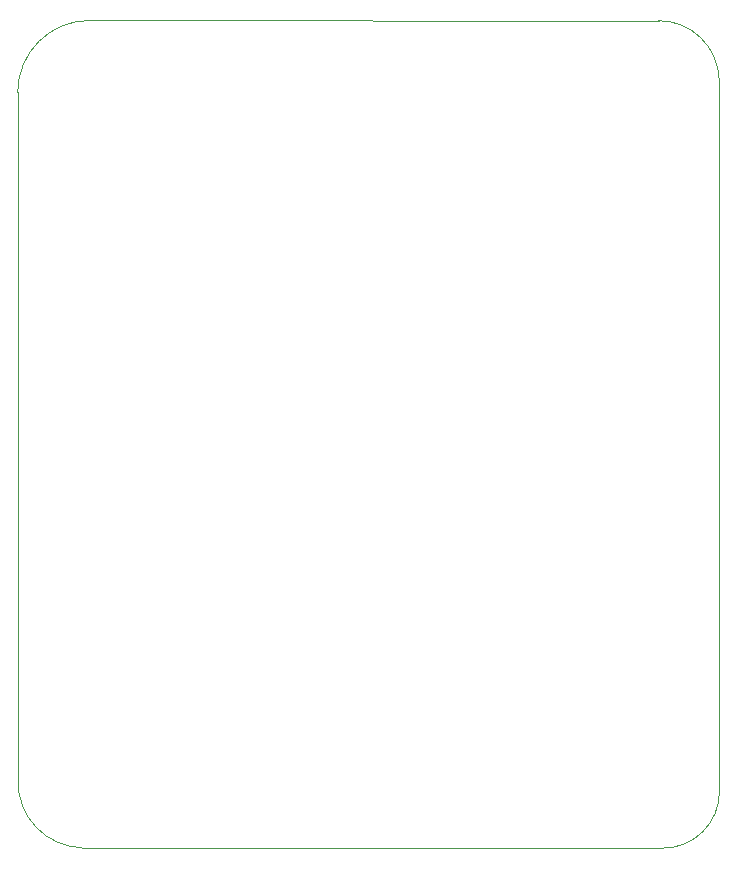
<source format=gbr>
%TF.GenerationSoftware,Altium Limited,Altium Designer,22.1.2 (22)*%
G04 Layer_Color=0*
%FSLAX26Y26*%
%MOIN*%
%TF.SameCoordinates,3D441875-7E2E-40EE-9B33-20ED1D9A15A1*%
%TF.FilePolarity,Positive*%
%TF.FileFunction,Profile,NP*%
%TF.Part,Single*%
G01*
G75*
%TA.AperFunction,Profile*%
%ADD39C,0.001000*%
D39*
X1215717Y1111530D02*
G02*
X1001529Y1336992I5636J219825D01*
G01*
X1000415Y3629954D01*
D02*
G02*
X1240000Y3869538I239585J0D01*
G01*
X3136566Y3868809D01*
D02*
G02*
X3338754Y3670877I0J-202234D01*
G01*
X3339559Y1298727D01*
D02*
G02*
X3151248Y1110415I-188311J-0D01*
G01*
X1215717Y1111530D01*
%TF.MD5,0fe955f7a5ba6e962a09af7420823a21*%
M02*

</source>
